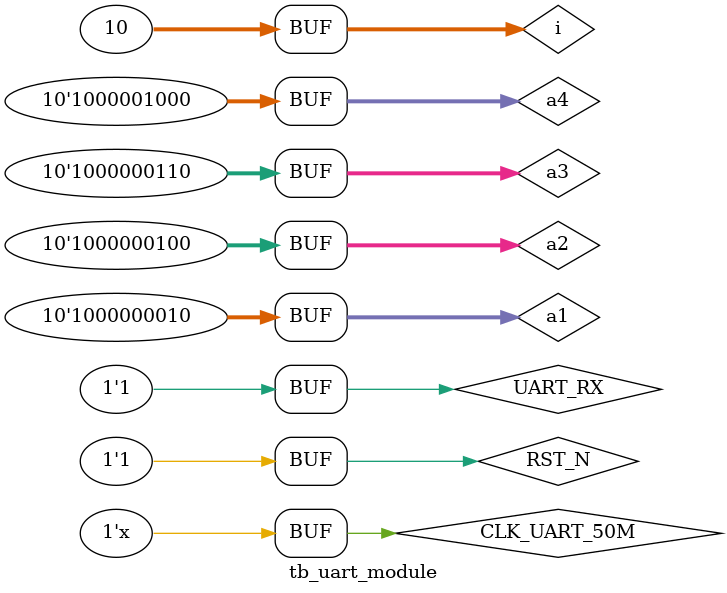
<source format=v>
`timescale 1ns / 1ps


module tb_uart_module;
  reg         CLK_UART_50M;
  reg         RST_N;
  reg         UART_RX;
  wire        UART_TX;
  wire [31:0] UART_REG;
  wire        uart_ready_flag;
  reg  [ 9:0] a1 = {1'b1, 8'h1, 1'b0};
  reg  [ 9:0] a2 = {1'b1, 8'h2, 1'b0};
  reg  [ 9:0] a3 = {1'b1, 8'h3, 1'b0};
  reg  [ 9:0] a4 = {1'b1, 8'h4, 1'b0};
  parameter CLK_FRE = 1;
  localparam CYCLE = CLK_FRE * 1000000 / 100000 * 2;
  integer i;
  initial begin
    CLK_UART_50M = 1;
    RST_N        = 0;
    UART_RX      = 1;
    #200;
    RST_N = 1;
    #20;
    for (i = 0; i < 10; i = i + 1) begin
      UART_RX = a1[i];
      #CYCLE;
    end
    for (i = 0; i < 10; i = i + 1) begin
      UART_RX = a2[i];
      #CYCLE;
    end
    for (i = 0; i < 10; i = i + 1) begin
      UART_RX = a3[i];
      #CYCLE;
    end
    for (i = 0; i < 10; i = i + 1) begin
      UART_RX = a4[i];
      #CYCLE;
    end
    for (i = 0; i < 10; i = i + 1) begin
      UART_RX = a1[i];
      #CYCLE;
    end
    for (i = 0; i < 10; i = i + 1) begin
      UART_RX = a2[i];
      #CYCLE;
    end
    for (i = 0; i < 10; i = i + 1) begin
      UART_RX = a3[i];
      #CYCLE;
    end
    for (i = 0; i < 10; i = i + 1) begin
      UART_RX = a4[i];
      #CYCLE;
    end
    for (i = 0; i < 10; i = i + 1) begin
      UART_RX = a1[i];
      #CYCLE;
    end
    for (i = 0; i < 10; i = i + 1) begin
      UART_RX = a2[i];
      #CYCLE;
    end
    for (i = 0; i < 10; i = i + 1) begin
      UART_RX = a3[i];
      #CYCLE;
    end
    for (i = 0; i < 10; i = i + 1) begin
      UART_RX = a4[i];
      #CYCLE;
    end
    for (i = 0; i < 10; i = i + 1) begin
      UART_RX = a1[i];
      #CYCLE;
    end
    for (i = 0; i < 10; i = i + 1) begin
      UART_RX = a2[i];
      #CYCLE;
    end

    for (i = 0; i < 10; i = i + 1) begin
      UART_RX = a3[i];
      #CYCLE;
    end
    #(2000);
    for (i = 0; i < 10; i = i + 1) begin
      UART_RX = a4[i];
      #CYCLE;
    end
    for (i = 0; i < 10; i = i + 1) begin
      UART_RX = a1[i];
      #CYCLE;
    end
    for (i = 0; i < 10; i = i + 1) begin
      UART_RX = a2[i];
      #CYCLE;
    end
    for (i = 0; i < 10; i = i + 1) begin
      UART_RX = a3[i];
      #CYCLE;
    end
    for (i = 0; i < 10; i = i + 1) begin
      UART_RX = a4[i];
      #CYCLE;
    end
  end
  always #1 CLK_UART_50M = ~CLK_UART_50M;



  uart_reg_rx_module #(
      .CLK_FRE(CLK_FRE),
      .BPS(100000),
      .IDLE_CYCLE(20),
      .REG_WIDTH(32)
  ) uart_reg_rx_module_inst (
      .clk          (CLK_UART_50M),
      .rst_n        (RST_N),
      .uart_rx_port (UART_RX),
      .uart_rx_data (UART_REG),
      .uart_rx_ready(1'b1),
      .uart_rx_valid(uart_ready_flag)
  );
  uart_reg_tx_module #(
      .CLK_FRE(CLK_FRE),
      .BPS(100000),
      .REG_WIDTH(32)
  ) uart_reg_tx_module_inst (
      .clk          (CLK_UART_50M),
      .rst_n        (RST_N),
      .uart_tx      (UART_TX),
      .uart_tx_reg  (UART_REG),
      .uart_tx_valid(uart_ready_flag),
      .uart_tx_ready(uart_tx_ready)
  );
endmodule

</source>
